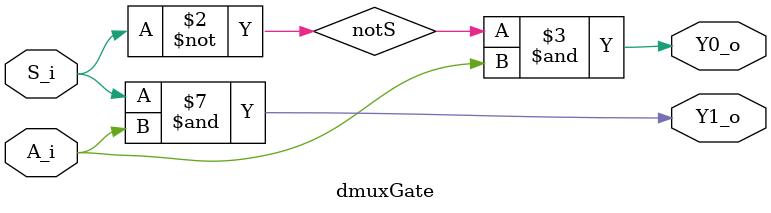
<source format=v>
module dmuxGate(
    input A_i, S_i,
    output Y0_o, Y1_o
);

wire notS, nand2_out, nand4_out;

nand nand1(notS, S_i, S_i);

nand nand2(nand2_out, notS, A_i);
nand nand3(Y0_o, nand2_out, nand2_out);

nand nand4(nand4_out, S_i, A_i);
nand nand5(Y1_o, nand4_out, nand4_out);

endmodule

</source>
